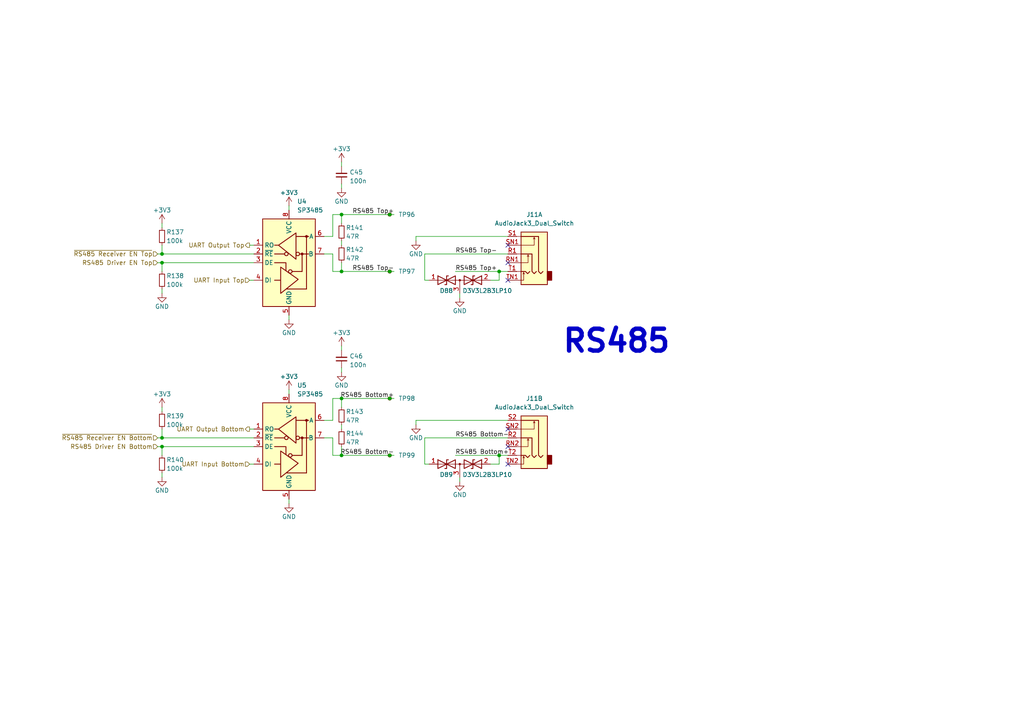
<source format=kicad_sch>
(kicad_sch (version 20231120) (generator "eeschema") (generator_version "8.0")
  (paper "A4")
  (title_block (title "freEDrum") (date "2024-04-20") (rev "A") (company "Till Heuer"))
  (lib_symbols
    (symbol "Connector:TestPoint_Small" (pin_numbers hide) (pin_names (offset 0.762) hide)
      (property "Reference" "TP" (at 0 3.81 0))
      (property "Value" "TestPoint_Small" (at 0 2.032 0))
      (symbol "TestPoint_Small_0_1"
        (circle (center 0 0) (radius 0.508))
      )
      (symbol "TestPoint_Small_1_1"
        (pin passive line (at 0 0 90) (length 0) (name "1") (number "1"))
      )
    )
    (symbol "Connector_Audio:AudioJack3_Dual_Switch"
      (property "Reference" "J" (at 0 11.43 0))
      (property "Value" "AudioJack3_Dual_Switch" (at 0 8.89 0))
      (symbol "AudioJack3_Dual_Switch_0_1"
        (rectangle (start -6.35 -5.08) (end -7.62 -7.62) (stroke (width 0.254)) (fill (type outline)))
        (polyline (pts (xy -2.54 4.826) (xy -2.286 4.318)))
        (polyline (pts (xy -0.762 -0.254) (xy -0.508 -0.762)))
        (polyline (pts (xy 0.508 -5.334) (xy 0.762 -5.842)))
        (polyline (pts (xy 1.27 0) (xy 2.54 0)))
        (polyline (pts (xy 2.54 -5.08) (xy 1.27 -5.08)))
        (polyline (pts (xy 2.54 5.08) (xy 1.27 5.08)))
        (polyline (pts (xy -1.27 -5.08) (xy -0.635 -5.715) (xy 0 -5.08) (xy 1.27 -5.08)) (stroke (width 0.254)))
        (polyline (pts (xy 2.54 -7.62) (xy 0.508 -7.62) (xy 0.508 -5.334) (xy 0.254 -5.842)))
        (polyline (pts (xy 2.54 -2.54) (xy -0.762 -2.54) (xy -0.762 -0.254) (xy -1.016 -0.762)))
        (polyline (pts (xy 2.54 2.54) (xy -2.54 2.54) (xy -2.54 4.826) (xy -2.794 4.318)))
        (polyline (pts (xy -3.175 -5.08) (xy -2.54 -5.715) (xy -1.905 -5.08) (xy -1.905 0) (xy 1.27 0)) (stroke (width 0.254)))
        (polyline (pts (xy 1.27 5.08) (xy -3.81 5.08) (xy -3.81 -5.08) (xy -4.445 -5.715) (xy -5.08 -5.08)) (stroke (width 0.254)))
        (rectangle (start 1.27 6.35) (end -6.35 -8.89) (stroke (width 0.254)) (fill (type background)))
      )
      (symbol "AudioJack3_Dual_Switch_1_1"
        (pin passive line (at 5.08 0 180) (length 2.54) (name "~") (number "R1"))
        (pin passive line (at 5.08 -2.54 180) (length 2.54) (name "~") (number "RN1"))
        (pin passive line (at 5.08 5.08 180) (length 2.54) (name "~") (number "S1"))
        (pin passive line (at 5.08 2.54 180) (length 2.54) (name "~") (number "SN1"))
        (pin passive line (at 5.08 -5.08 180) (length 2.54) (name "~") (number "T1"))
        (pin passive line (at 5.08 -7.62 180) (length 2.54) (name "~") (number "TN1"))
      )
      (symbol "AudioJack3_Dual_Switch_2_1"
        (pin passive line (at 5.08 0 180) (length 2.54) (name "~") (number "R2"))
        (pin passive line (at 5.08 -2.54 180) (length 2.54) (name "~") (number "RN2"))
        (pin passive line (at 5.08 5.08 180) (length 2.54) (name "~") (number "S2"))
        (pin passive line (at 5.08 2.54 180) (length 2.54) (name "~") (number "SN2"))
        (pin passive line (at 5.08 -5.08 180) (length 2.54) (name "~") (number "T2"))
        (pin passive line (at 5.08 -7.62 180) (length 2.54) (name "~") (number "TN2"))
      )
    )
    (symbol "Device:C_Small" (pin_numbers hide) (pin_names (offset 0.254) hide)
      (property "Reference" "C" (at 0.254 1.778 0))
      (property "Value" "C_Small" (at 0.254 -2.032 0))
      (symbol "C_Small_0_1"
        (polyline (pts (xy -1.524 -0.508) (xy 1.524 -0.508)) (stroke (width 0.3302)))
        (polyline (pts (xy -1.524 0.508) (xy 1.524 0.508)) (stroke (width 0.3048)))
      )
      (symbol "C_Small_1_1"
        (pin passive line (at 0 2.54 270) (length 2.032) (name "~") (number "1"))
        (pin passive line (at 0 -2.54 90) (length 2.032) (name "~") (number "2"))
      )
    )
    (symbol "Device:D_TVS_Dual_AAC" (pin_names (offset 1.016) hide)
      (property "Reference" "D" (at 0 4.445 0))
      (property "Value" "D_TVS_Dual_AAC" (at 0 2.54 0))
      (symbol "D_TVS_Dual_AAC_0_0"
        (polyline (pts (xy 0 -1.27) (xy 0 0)))
      )
      (symbol "D_TVS_Dual_AAC_0_1"
        (polyline (pts (xy -6.35 0) (xy 6.35 0)))
        (polyline (pts (xy -3.302 1.27) (xy -3.81 1.27) (xy -3.81 -1.27) (xy -4.318 -1.27)) (stroke (width 0.254)))
        (polyline (pts (xy 4.318 1.27) (xy 3.81 1.27) (xy 3.81 -1.27) (xy 3.302 -1.27)) (stroke (width 0.254)))
        (polyline (pts (xy -6.35 1.27) (xy -1.27 -1.27) (xy -1.27 1.27) (xy -6.35 -1.27) (xy -6.35 1.27)) (stroke (width 0.254)))
        (polyline (pts (xy 6.35 1.27) (xy 1.27 -1.27) (xy 1.27 1.27) (xy 6.35 -1.27) (xy 6.35 1.27)) (stroke (width 0.254)))
        (circle (center 0 0) (radius 0.254) (fill (type outline)))
      )
      (symbol "D_TVS_Dual_AAC_1_1"
        (pin passive line (at -8.89 0 0) (length 2.54) (name "A1") (number "1"))
        (pin passive line (at 8.89 0 180) (length 2.54) (name "A2") (number "2"))
        (pin passive line (at 0 -3.81 90) (length 2.54) (name "common") (number "3"))
      )
    )
    (symbol "Device:R_Small" (pin_numbers hide) (pin_names (offset 0.254) hide)
      (property "Reference" "R" (at 0.762 0.508 0))
      (property "Value" "R_Small" (at 0.762 -1.016 0))
      (symbol "R_Small_0_1"
        (rectangle (start -0.762 1.778) (end 0.762 -1.778) (stroke (width 0.2032)))
      )
      (symbol "R_Small_1_1"
        (pin passive line (at 0 2.54 270) (length 0.762) (name "~") (number "1"))
        (pin passive line (at 0 -2.54 90) (length 0.762) (name "~") (number "2"))
      )
    )
    (symbol "Interface_UART:LT1785AxS8"
      (property "Reference" "U" (at -6.985 13.97 0))
      (property "Value" "LT1785AxS8" (at 7.62 13.97 0))
      (symbol "LT1785AxS8_0_1"
        (rectangle (start -7.62 12.7) (end 7.62 -12.7) (stroke (width 0.254)) (fill (type background)))
        (polyline (pts (xy -4.191 2.54) (xy -1.27 2.54)) (stroke (width 0.254)))
        (polyline (pts (xy -2.54 -5.08) (xy -4.191 -5.08)) (stroke (width 0.254)))
        (polyline (pts (xy -0.635 -7.62) (xy 5.08 -7.62)) (stroke (width 0.254)))
        (polyline (pts (xy 0.889 -2.54) (xy 3.81 -2.54)) (stroke (width 0.254)))
        (polyline (pts (xy 2.032 7.62) (xy 5.715 7.62)) (stroke (width 0.254)))
        (polyline (pts (xy 3.048 2.54) (xy 5.715 2.54)) (stroke (width 0.254)))
        (polyline (pts (xy 3.81 -2.54) (xy 3.81 2.54)) (stroke (width 0.254)))
        (polyline (pts (xy 5.08 -7.62) (xy 5.08 7.62)) (stroke (width 0.254)))
        (polyline (pts (xy -4.191 0) (xy -0.889 0) (xy -0.889 -2.286)) (stroke (width 0.254)))
        (polyline (pts (xy -3.175 5.08) (xy -4.191 5.08) (xy -4.064 5.08)) (stroke (width 0.254)))
        (polyline (pts (xy -2.413 -5.08) (xy -2.413 -1.27) (xy 2.667 -4.826) (xy -2.413 -8.89) (xy -2.413 -5.08)) (stroke (width 0.254)))
        (circle (center 0.381 -2.54) (radius 0.508) (stroke (width 0.254)))
        (circle (center 3.81 2.54) (radius 0.2794) (stroke (width 0.254)) (fill (type outline)))
      )
      (symbol "LT1785AxS8_1_1"
        (circle (center -0.762 2.54) (radius 0.508) (stroke (width 0.254)))
        (polyline (pts (xy 2.032 4.826) (xy 2.032 8.636) (xy -3.048 5.08) (xy 2.032 1.016) (xy 2.032 4.826)) (stroke (width 0.254)))
        (circle (center 2.54 2.54) (radius 0.508) (stroke (width 0.254)))
        (circle (center 5.08 7.62) (radius 0.2794) (stroke (width 0.254)) (fill (type outline)))
        (pin output line (at -10.16 5.08 0) (length 2.54) (name "RO") (number "1"))
        (pin input line (at -10.16 2.54 0) (length 2.54) (name "~{RE}") (number "2"))
        (pin input line (at -10.16 0 0) (length 2.54) (name "DE") (number "3"))
        (pin input line (at -10.16 -5.08 0) (length 2.54) (name "DI") (number "4"))
        (pin power_in line (at 0 -15.24 90) (length 2.54) (name "GND") (number "5"))
        (pin bidirectional line (at 10.16 7.62 180) (length 2.54) (name "A") (number "6"))
        (pin bidirectional line (at 10.16 2.54 180) (length 2.54) (name "B") (number "7"))
        (pin power_in line (at 0 15.24 270) (length 2.54) (name "VCC") (number "8"))
      )
    )
    (symbol "power:+3V3" (power) (pin_names (offset 0))
      (property "Value" "+3V3" (at 0 3.556 0))
      (symbol "+3V3_0_1"
        (polyline (pts (xy -0.762 1.27) (xy 0 2.54)))
        (polyline (pts (xy 0 0) (xy 0 2.54)))
        (polyline (pts (xy 0 2.54) (xy 0.762 1.27)))
      )
      (symbol "+3V3_1_1"
        (pin power_in line (at 0 0 90) (length 0) hide (name "+3V3") (number "1"))
      )
    )
    (symbol "power:GND" (power) (pin_names (offset 0))
      (property "Value" "GND" (at 0 -3.81 0))
      (symbol "GND_0_1"
        (polyline (pts (xy 0 0) (xy 0 -1.27) (xy 1.27 -1.27) (xy 0 -2.54) (xy -1.27 -1.27) (xy 0 -1.27)))
      )
      (symbol "GND_1_1"
        (pin power_in line (at 0 0 270) (length 0) hide (name "GND") (number "1"))
      )
    )
  )
  (junction (at 46.99 127))
  (junction (at 144.78 132.08))
  (junction (at 99.06 78.74))
  (junction (at 113.03 62.23))
  (junction (at 46.99 76.2))
  (junction (at 99.06 132.08))
  (junction (at 46.99 129.54))
  (junction (at 144.78 78.74))
  (junction (at 46.99 73.66))
  (junction (at 113.03 132.08))
  (junction (at 99.06 115.57))
  (junction (at 99.06 62.23))
  (junction (at 113.03 115.57))
  (junction (at 113.03 78.74))
  (no_connect (at 147.32 124.46))
  (no_connect (at 147.32 71.12))
  (no_connect (at 147.32 76.2))
  (no_connect (at 147.32 81.28))
  (no_connect (at 147.32 134.62))
  (no_connect (at 147.32 129.54))
  (wire (pts (xy 72.39 71.12) (xy 73.66 71.12)))
  (wire (pts (xy 123.19 134.62) (xy 123.19 127)))
  (wire (pts (xy 46.99 83.82) (xy 46.99 85.09)))
  (wire (pts (xy 99.06 132.08) (xy 113.03 132.08)))
  (wire (pts (xy 46.99 76.2) (xy 46.99 78.74)))
  (wire (pts (xy 96.52 62.23) (xy 99.06 62.23)))
  (wire (pts (xy 99.06 78.74) (xy 113.03 78.74)))
  (wire (pts (xy 46.99 76.2) (xy 73.66 76.2)))
  (wire (pts (xy 123.19 81.28) (xy 123.19 73.66)))
  (wire (pts (xy 96.52 121.92) (xy 96.52 115.57)))
  (wire (pts (xy 99.06 100.33) (xy 99.06 101.6)))
  (wire (pts (xy 113.03 62.23) (xy 114.3 62.23)))
  (wire (pts (xy 45.72 73.66) (xy 46.99 73.66)))
  (wire (pts (xy 93.98 127) (xy 96.52 127)))
  (wire (pts (xy 99.06 62.23) (xy 99.06 64.77)))
  (wire (pts (xy 142.24 134.62) (xy 144.78 134.62)))
  (wire (pts (xy 72.39 134.62) (xy 73.66 134.62)))
  (wire (pts (xy 93.98 68.58) (xy 96.52 68.58)))
  (wire (pts (xy 144.78 81.28) (xy 144.78 78.74)))
  (wire (pts (xy 133.35 85.09) (xy 133.35 86.36)))
  (wire (pts (xy 132.08 78.74) (xy 144.78 78.74)))
  (wire (pts (xy 46.99 127) (xy 46.99 124.46)))
  (wire (pts (xy 46.99 73.66) (xy 46.99 71.12)))
  (wire (pts (xy 96.52 115.57) (xy 99.06 115.57)))
  (wire (pts (xy 45.72 129.54) (xy 46.99 129.54)))
  (wire (pts (xy 99.06 115.57) (xy 113.03 115.57)))
  (wire (pts (xy 120.65 68.58) (xy 147.32 68.58)))
  (wire (pts (xy 45.72 76.2) (xy 46.99 76.2)))
  (wire (pts (xy 123.19 127) (xy 147.32 127)))
  (wire (pts (xy 46.99 73.66) (xy 73.66 73.66)))
  (wire (pts (xy 45.72 127) (xy 46.99 127)))
  (wire (pts (xy 46.99 127) (xy 73.66 127)))
  (wire (pts (xy 83.82 144.78) (xy 83.82 146.05)))
  (wire (pts (xy 46.99 129.54) (xy 46.99 132.08)))
  (wire (pts (xy 132.08 132.08) (xy 144.78 132.08)))
  (wire (pts (xy 96.52 132.08) (xy 99.06 132.08)))
  (wire (pts (xy 123.19 73.66) (xy 147.32 73.66)))
  (wire (pts (xy 144.78 134.62) (xy 144.78 132.08)))
  (wire (pts (xy 83.82 91.44) (xy 83.82 92.71)))
  (wire (pts (xy 99.06 69.85) (xy 99.06 71.12)))
  (wire (pts (xy 96.52 78.74) (xy 99.06 78.74)))
  (wire (pts (xy 124.46 81.28) (xy 123.19 81.28)))
  (wire (pts (xy 113.03 78.74) (xy 114.3 78.74)))
  (wire (pts (xy 113.03 115.57) (xy 114.3 115.57)))
  (wire (pts (xy 99.06 129.54) (xy 99.06 132.08)))
  (wire (pts (xy 99.06 115.57) (xy 99.06 118.11)))
  (wire (pts (xy 46.99 129.54) (xy 73.66 129.54)))
  (wire (pts (xy 144.78 132.08) (xy 147.32 132.08)))
  (wire (pts (xy 99.06 46.99) (xy 99.06 48.26)))
  (wire (pts (xy 99.06 62.23) (xy 113.03 62.23)))
  (wire (pts (xy 46.99 118.11) (xy 46.99 119.38)))
  (wire (pts (xy 99.06 54.61) (xy 99.06 53.34)))
  (wire (pts (xy 96.52 127) (xy 96.52 132.08)))
  (wire (pts (xy 133.35 138.43) (xy 133.35 139.7)))
  (wire (pts (xy 46.99 64.77) (xy 46.99 66.04)))
  (wire (pts (xy 96.52 73.66) (xy 96.52 78.74)))
  (wire (pts (xy 93.98 73.66) (xy 96.52 73.66)))
  (wire (pts (xy 93.98 121.92) (xy 96.52 121.92)))
  (wire (pts (xy 72.39 81.28) (xy 73.66 81.28)))
  (wire (pts (xy 72.39 124.46) (xy 73.66 124.46)))
  (wire (pts (xy 113.03 132.08) (xy 114.3 132.08)))
  (wire (pts (xy 144.78 78.74) (xy 147.32 78.74)))
  (wire (pts (xy 120.65 123.19) (xy 120.65 121.92)))
  (wire (pts (xy 99.06 76.2) (xy 99.06 78.74)))
  (wire (pts (xy 120.65 69.85) (xy 120.65 68.58)))
  (wire (pts (xy 96.52 68.58) (xy 96.52 62.23)))
  (wire (pts (xy 83.82 113.03) (xy 83.82 114.3)))
  (wire (pts (xy 99.06 107.95) (xy 99.06 106.68)))
  (wire (pts (xy 124.46 134.62) (xy 123.19 134.62)))
  (wire (pts (xy 120.65 121.92) (xy 147.32 121.92)))
  (wire (pts (xy 99.06 123.19) (xy 99.06 124.46)))
  (wire (pts (xy 46.99 137.16) (xy 46.99 138.43)))
  (wire (pts (xy 83.82 59.69) (xy 83.82 60.96)))
  (wire (pts (xy 142.24 81.28) (xy 144.78 81.28)))
  (text "RS485" (at 178.816 99.06 0) (effects (font (size 6.35 6.35) (bold yes))))
  (label "RS485 Top-" (at 132.08 73.66 0))
  (label "RS485 Bottom+" (at 132.08 132.08 0))
  (label "RS485 Bottom-" (at 114.3 132.08 180))
  (label "RS485 Bottom-" (at 132.08 127 0))
  (label "RS485 Bottom+" (at 114.3 115.57 180))
  (label "RS485 Top+" (at 132.08 78.74 0))
  (label "RS485 Top+" (at 114.3 62.23 180))
  (label "RS485 Top-" (at 114.3 78.74 180))
  (hierarchical_label "UART Output Bottom" (shape output) (at 72.39 124.46 180))
  (hierarchical_label "~{RS485 Receiver EN Top}" (shape input) (at 45.72 73.66 180))
  (hierarchical_label "RS485 Driver EN Top" (shape input) (at 45.72 76.2 180))
  (hierarchical_label "UART Output Top" (shape output) (at 72.39 71.12 180))
  (hierarchical_label "UART Input Bottom" (shape input) (at 72.39 134.62 180))
  (hierarchical_label "RS485 Driver EN Bottom" (shape input) (at 45.72 129.54 180))
  (hierarchical_label "UART Input Top" (shape input) (at 72.39 81.28 180))
  (hierarchical_label "~{RS485 Receiver EN Bottom}" (shape input) (at 45.72 127 180))
  (symbol (lib_id "power:+3V3") (at 46.99 64.77 0) (unit 1)
    (property "Reference" "#PWR0249" (effects (hide yes)))
    (property "Value" "+3V3" (at 46.99 60.96 0))
  )
  (symbol (lib_id "Device:R_Small") (at 46.99 81.28 0) (mirror x) (unit 1)
    (property "Reference" "R138" (at 48.26 80.01 0) (effects (justify left)))
    (property "Value" "100k" (at 48.26 82.55 0) (effects (justify left)))
    (property "Footprint" "Resistor_SMD:R_0402_1005Metric" (effects (hide yes)))
    (property "Manufacturer" "UNI-ROYAL(Uniroyal Elec)" (effects (hide yes)))
    (property "Tolerance" "1%" (effects (hide yes)))
    (property "JLCPCB Part #" "C25741" (effects (hide yes)))
    (property "Manufacturer Part #" "0402WGF1003TCE" (effects (hide yes)))
  )
  (symbol (lib_id "power:GND") (at 120.65 69.85 0) (unit 1)
    (property "Reference" "#PWR0261" (effects (hide yes)))
    (property "Value" "GND" (at 120.65 73.66 0))
  )
  (symbol (lib_id "power:+3V3") (at 46.99 118.11 0) (unit 1)
    (property "Reference" "#PWR0251" (effects (hide yes)))
    (property "Value" "+3V3" (at 46.99 114.3 0))
  )
  (symbol (lib_id "Connector:TestPoint_Small") (at 113.03 115.57 0) (unit 1)
    (property "Reference" "TP98" (at 115.57 115.57 0) (effects (justify left)))
    (property "Value" "TestPoint" (effects (hide yes)))
    (property "Footprint" "TestPoint:TestPoint_Pad_D1.0mm" (effects (hide yes)))
    (property "Manufacturer" "-" (effects (hide yes)))
    (property "JLCPCB Part #" "-" (effects (hide yes)))
    (property "Manufacturer Part #" "-" (effects (hide yes)))
  )
  (symbol (lib_id "Connector_Audio:AudioJack3_Dual_Switch") (at 152.4 127 0) (mirror y) (unit 2)
    (property "Reference" "J11" (at 155.0035 115.57 0))
    (property "Value" "AudioJack3_Dual_Switch" (at 155.0035 118.11 0))
    (property "Footprint" "1_ProjectFootprints:PJ-625DK" (effects (hide yes)))
    (property "Description" "Audio Jack, Dual, 3 Poles (Stereo / TRS), Switched Poles (Normalling)" (effects (hide yes)))
    (property "JLCPCB Part #" "C309295" (effects (hide yes)))
    (property "Manufacturer" "HOOYA" (effects (hide yes)))
    (property "Manufacturer Part #" "PJ-625DK" (effects (hide yes)))
  )
  (symbol (lib_id "power:+3V3") (at 99.06 46.99 0) (unit 1)
    (property "Reference" "#PWR0257" (effects (hide yes)))
    (property "Value" "+3V3" (at 99.06 43.18 0))
  )
  (symbol (lib_id "power:GND") (at 120.65 123.19 0) (unit 1)
    (property "Reference" "#PWR0262" (effects (hide yes)))
    (property "Value" "GND" (at 120.65 127 0))
  )
  (symbol (lib_id "power:GND") (at 46.99 138.43 0) (mirror y) (unit 1)
    (property "Reference" "#PWR0252" (effects (hide yes)))
    (property "Value" "GND" (at 46.99 142.24 0))
  )
  (symbol (lib_id "power:GND") (at 83.82 146.05 0) (unit 1)
    (property "Reference" "#PWR0256" (effects (hide yes)))
    (property "Value" "GND" (at 83.82 149.86 0))
  )
  (symbol (lib_id "Interface_UART:LT1785AxS8") (at 83.82 76.2 0) (unit 1)
    (property "Reference" "U4" (at 86.193 58.42 0) (effects (justify left)))
    (property "Value" "SP3485" (at 86.193 60.96 0) (effects (justify left)))
    (property "Footprint" "Package_SO:SOIC-8_3.9x4.9mm_P1.27mm" (effects (hide yes)))
    (property "Manufacturer" "MaxLinear" (effects (hide yes)))
    (property "JLCPCB Part #" "C8963" (effects (hide yes)))
    (property "Manufacturer Part #" "SP3485EN-L/TR" (effects (hide yes)))
  )
  (symbol (lib_id "power:+3V3") (at 83.82 113.03 0) (unit 1)
    (property "Reference" "#PWR0255" (effects (hide yes)))
    (property "Value" "+3V3" (at 83.82 109.22 0))
  )
  (symbol (lib_id "Device:R_Small") (at 46.99 134.62 0) (mirror x) (unit 1)
    (property "Reference" "R140" (at 48.26 133.35 0) (effects (justify left)))
    (property "Value" "100k" (at 48.26 135.89 0) (effects (justify left)))
    (property "Footprint" "Resistor_SMD:R_0402_1005Metric" (effects (hide yes)))
    (property "Manufacturer" "UNI-ROYAL(Uniroyal Elec)" (effects (hide yes)))
    (property "Tolerance" "1%" (effects (hide yes)))
    (property "JLCPCB Part #" "C25741" (effects (hide yes)))
    (property "Manufacturer Part #" "0402WGF1003TCE" (effects (hide yes)))
  )
  (symbol (lib_id "Device:R_Small") (at 46.99 121.92 180) (unit 1)
    (property "Reference" "R139" (at 48.26 120.65 0) (effects (justify right)))
    (property "Value" "100k" (at 48.26 123.19 0) (effects (justify right)))
    (property "Footprint" "Resistor_SMD:R_0402_1005Metric" (effects (hide yes)))
    (property "Manufacturer" "UNI-ROYAL(Uniroyal Elec)" (effects (hide yes)))
    (property "Tolerance" "1%" (effects (hide yes)))
    (property "JLCPCB Part #" "C25741" (effects (hide yes)))
    (property "Manufacturer Part #" "0402WGF1003TCE" (effects (hide yes)))
  )
  (symbol (lib_id "power:GND") (at 46.99 85.09 0) (mirror y) (unit 1)
    (property "Reference" "#PWR0250" (effects (hide yes)))
    (property "Value" "GND" (at 46.99 88.9 0))
  )
  (symbol (lib_id "Device:C_Small") (at 99.06 104.14 180) (unit 1)
    (property "Reference" "C46" (at 101.3841 103.2989 0) (effects (justify right)))
    (property "Value" "100n" (at 101.3841 105.8358 0) (effects (justify right)))
    (property "Footprint" "Capacitor_SMD:C_0402_1005Metric" (effects (hide yes)))
    (property "Manufacturer" "Samsung Electro-Mechanics" (effects (hide yes)))
    (property "Dielectric" "X7R" (effects (hide yes)))
    (property "Rated Voltage" "50V" (effects (hide yes)))
    (property "Tolerance" "10%" (effects (hide yes)))
    (property "JLCPCB Part #" "C307331" (effects (hide yes)))
    (property "Manufacturer Part #" "CL05B104KB54PNC" (effects (hide yes)))
  )
  (symbol (lib_id "power:GND") (at 133.35 86.36 0) (mirror y) (unit 1)
    (property "Reference" "#PWR0263" (effects (hide yes)))
    (property "Value" "GND" (at 133.35 90.17 0))
    (property "Description" "Power symbol creates a global label with name \"GND\" , ground" (effects (hide yes)))
  )
  (symbol (lib_id "Connector:TestPoint_Small") (at 113.03 78.74 0) (unit 1)
    (property "Reference" "TP97" (at 115.57 78.74 0) (effects (justify left)))
    (property "Value" "TestPoint" (effects (hide yes)))
    (property "Footprint" "TestPoint:TestPoint_Pad_D1.0mm" (effects (hide yes)))
    (property "Manufacturer" "-" (effects (hide yes)))
    (property "JLCPCB Part #" "-" (effects (hide yes)))
    (property "Manufacturer Part #" "-" (effects (hide yes)))
  )
  (symbol (lib_id "power:GND") (at 133.35 139.7 0) (mirror y) (unit 1)
    (property "Reference" "#PWR0264" (effects (hide yes)))
    (property "Value" "GND" (at 133.35 143.51 0))
    (property "Description" "Power symbol creates a global label with name \"GND\" , ground" (effects (hide yes)))
  )
  (symbol (lib_id "Connector:TestPoint_Small") (at 113.03 62.23 0) (unit 1)
    (property "Reference" "TP96" (at 115.57 62.23 0) (effects (justify left)))
    (property "Value" "TestPoint" (effects (hide yes)))
    (property "Footprint" "TestPoint:TestPoint_Pad_D1.0mm" (effects (hide yes)))
    (property "Manufacturer" "-" (effects (hide yes)))
    (property "JLCPCB Part #" "-" (effects (hide yes)))
    (property "Manufacturer Part #" "-" (effects (hide yes)))
  )
  (symbol (lib_id "Device:D_TVS_Dual_AAC") (at 133.35 81.28 0) (unit 1)
    (property "Reference" "D88" (at 127.508 84.328 0) (effects (justify left)))
    (property "Value" "D3V3L2B3LP10" (at 134.112 84.328 0) (effects (justify left)))
    (property "Footprint" "1_ProjectFootprints:DFN-3 1010" (effects (hide yes)))
    (property "Description" "Bidirectional dual transient-voltage-suppression diode, center on pin 3" (effects (hide yes)))
    (property "Manufacturer" "Diodes Incorporated" (effects (hide yes)))
    (property "Manufacturer Part #" "D3V3L2B3LP10-7" (effects (hide yes)))
    (property "JLCPCB Part #" "C1974778" (effects (hide yes)))
  )
  (symbol (lib_id "Connector_Audio:AudioJack3_Dual_Switch") (at 152.4 73.66 0) (mirror y) (unit 1)
    (property "Reference" "J11" (at 155.0035 62.23 0))
    (property "Value" "AudioJack3_Dual_Switch" (at 155.0035 64.77 0))
    (property "Footprint" "1_ProjectFootprints:PJ-625DK" (effects (hide yes)))
    (property "Description" "Audio Jack, Dual, 3 Poles (Stereo / TRS), Switched Poles (Normalling)" (effects (hide yes)))
    (property "JLCPCB Part #" "C309295" (effects (hide yes)))
    (property "Manufacturer" "HOOYA" (effects (hide yes)))
    (property "Manufacturer Part #" "PJ-625DK" (effects (hide yes)))
  )
  (symbol (lib_id "Connector:TestPoint_Small") (at 113.03 132.08 0) (unit 1)
    (property "Reference" "TP99" (at 115.57 132.08 0) (effects (justify left)))
    (property "Value" "TestPoint" (effects (hide yes)))
    (property "Footprint" "TestPoint:TestPoint_Pad_D1.0mm" (effects (hide yes)))
    (property "Manufacturer" "-" (effects (hide yes)))
    (property "JLCPCB Part #" "-" (effects (hide yes)))
    (property "Manufacturer Part #" "-" (effects (hide yes)))
  )
  (symbol (lib_id "Device:C_Small") (at 99.06 50.8 180) (unit 1)
    (property "Reference" "C45" (at 101.3841 49.9589 0) (effects (justify right)))
    (property "Value" "100n" (at 101.3841 52.4958 0) (effects (justify right)))
    (property "Footprint" "Capacitor_SMD:C_0402_1005Metric" (effects (hide yes)))
    (property "Manufacturer" "Samsung Electro-Mechanics" (effects (hide yes)))
    (property "Dielectric" "X7R" (effects (hide yes)))
    (property "Rated Voltage" "50V" (effects (hide yes)))
    (property "Tolerance" "10%" (effects (hide yes)))
    (property "JLCPCB Part #" "C307331" (effects (hide yes)))
    (property "Manufacturer Part #" "CL05B104KB54PNC" (effects (hide yes)))
  )
  (symbol (lib_id "Device:R_Small") (at 99.06 120.65 180) (unit 1)
    (property "Reference" "R143" (at 100.33 119.38 0) (effects (justify right)))
    (property "Value" "47R" (at 100.33 121.92 0) (effects (justify right)))
    (property "Footprint" "Resistor_SMD:R_0805_2012Metric" (effects (hide yes)))
    (property "Manufacturer" "UNI-ROYAL(Uniroyal Elec)" (effects (hide yes)))
    (property "Tolerance" "1%" (effects (hide yes)))
    (property "JLCPCB Part #" "C17714" (effects (hide yes)))
    (property "Manufacturer Part #" "0805W8F470JT5E" (effects (hide yes)))
  )
  (symbol (lib_id "Device:R_Small") (at 99.06 73.66 180) (unit 1)
    (property "Reference" "R142" (at 100.33 72.39 0) (effects (justify right)))
    (property "Value" "47R" (at 100.33 74.93 0) (effects (justify right)))
    (property "Footprint" "Resistor_SMD:R_0805_2012Metric" (effects (hide yes)))
    (property "Manufacturer" "UNI-ROYAL(Uniroyal Elec)" (effects (hide yes)))
    (property "Tolerance" "1%" (effects (hide yes)))
    (property "JLCPCB Part #" "C17714" (effects (hide yes)))
    (property "Manufacturer Part #" "0805W8F470JT5E" (effects (hide yes)))
  )
  (symbol (lib_id "power:GND") (at 99.06 54.61 0) (unit 1)
    (property "Reference" "#PWR0258" (effects (hide yes)))
    (property "Value" "GND" (at 99.06 58.42 0))
  )
  (symbol (lib_id "power:GND") (at 83.82 92.71 0) (unit 1)
    (property "Reference" "#PWR0254" (effects (hide yes)))
    (property "Value" "GND" (at 83.82 96.52 0))
  )
  (symbol (lib_id "Device:D_TVS_Dual_AAC") (at 133.35 134.62 0) (unit 1)
    (property "Reference" "D89" (at 127.508 137.668 0) (effects (justify left)))
    (property "Value" "D3V3L2B3LP10" (at 134.112 137.668 0) (effects (justify left)))
    (property "Footprint" "1_ProjectFootprints:DFN-3 1010" (effects (hide yes)))
    (property "Description" "Bidirectional dual transient-voltage-suppression diode, center on pin 3" (effects (hide yes)))
    (property "Manufacturer" "Diodes Incorporated" (effects (hide yes)))
    (property "Manufacturer Part #" "D3V3L2B3LP10-7" (effects (hide yes)))
    (property "JLCPCB Part #" "C1974778" (effects (hide yes)))
  )
  (symbol (lib_id "Device:R_Small") (at 99.06 67.31 180) (unit 1)
    (property "Reference" "R141" (at 100.33 66.04 0) (effects (justify right)))
    (property "Value" "47R" (at 100.33 68.58 0) (effects (justify right)))
    (property "Footprint" "Resistor_SMD:R_0805_2012Metric" (effects (hide yes)))
    (property "Manufacturer" "UNI-ROYAL(Uniroyal Elec)" (effects (hide yes)))
    (property "Tolerance" "1%" (effects (hide yes)))
    (property "JLCPCB Part #" "C17714" (effects (hide yes)))
    (property "Manufacturer Part #" "0805W8F470JT5E" (effects (hide yes)))
  )
  (symbol (lib_id "power:GND") (at 99.06 107.95 0) (unit 1)
    (property "Reference" "#PWR0260" (effects (hide yes)))
    (property "Value" "GND" (at 99.06 111.76 0))
  )
  (symbol (lib_id "Device:R_Small") (at 99.06 127 180) (unit 1)
    (property "Reference" "R144" (at 100.33 125.73 0) (effects (justify right)))
    (property "Value" "47R" (at 100.33 128.27 0) (effects (justify right)))
    (property "Footprint" "Resistor_SMD:R_0805_2012Metric" (effects (hide yes)))
    (property "Manufacturer" "UNI-ROYAL(Uniroyal Elec)" (effects (hide yes)))
    (property "Tolerance" "1%" (effects (hide yes)))
    (property "JLCPCB Part #" "C17714" (effects (hide yes)))
    (property "Manufacturer Part #" "0805W8F470JT5E" (effects (hide yes)))
  )
  (symbol (lib_id "power:+3V3") (at 99.06 100.33 0) (unit 1)
    (property "Reference" "#PWR0259" (effects (hide yes)))
    (property "Value" "+3V3" (at 99.06 96.52 0))
  )
  (symbol (lib_id "power:+3V3") (at 83.82 59.69 0) (unit 1)
    (property "Reference" "#PWR0253" (effects (hide yes)))
    (property "Value" "+3V3" (at 83.82 55.88 0))
  )
  (symbol (lib_id "Interface_UART:LT1785AxS8") (at 83.82 129.54 0) (unit 1)
    (property "Reference" "U5" (at 86.193 111.76 0) (effects (justify left)))
    (property "Value" "SP3485" (at 86.193 114.3 0) (effects (justify left)))
    (property "Footprint" "Package_SO:SOIC-8_3.9x4.9mm_P1.27mm" (effects (hide yes)))
    (property "Manufacturer" "MaxLinear" (effects (hide yes)))
    (property "JLCPCB Part #" "C8963" (effects (hide yes)))
    (property "Manufacturer Part #" "SP3485EN-L/TR" (effects (hide yes)))
  )
  (symbol (lib_id "Device:R_Small") (at 46.99 68.58 180) (unit 1)
    (property "Reference" "R137" (at 48.26 67.31 0) (effects (justify right)))
    (property "Value" "100k" (at 48.26 69.85 0) (effects (justify right)))
    (property "Footprint" "Resistor_SMD:R_0402_1005Metric" (effects (hide yes)))
    (property "Manufacturer" "UNI-ROYAL(Uniroyal Elec)" (effects (hide yes)))
    (property "Tolerance" "1%" (effects (hide yes)))
    (property "JLCPCB Part #" "C25741" (effects (hide yes)))
    (property "Manufacturer Part #" "0402WGF1003TCE" (effects (hide yes)))
  )
)
</source>
